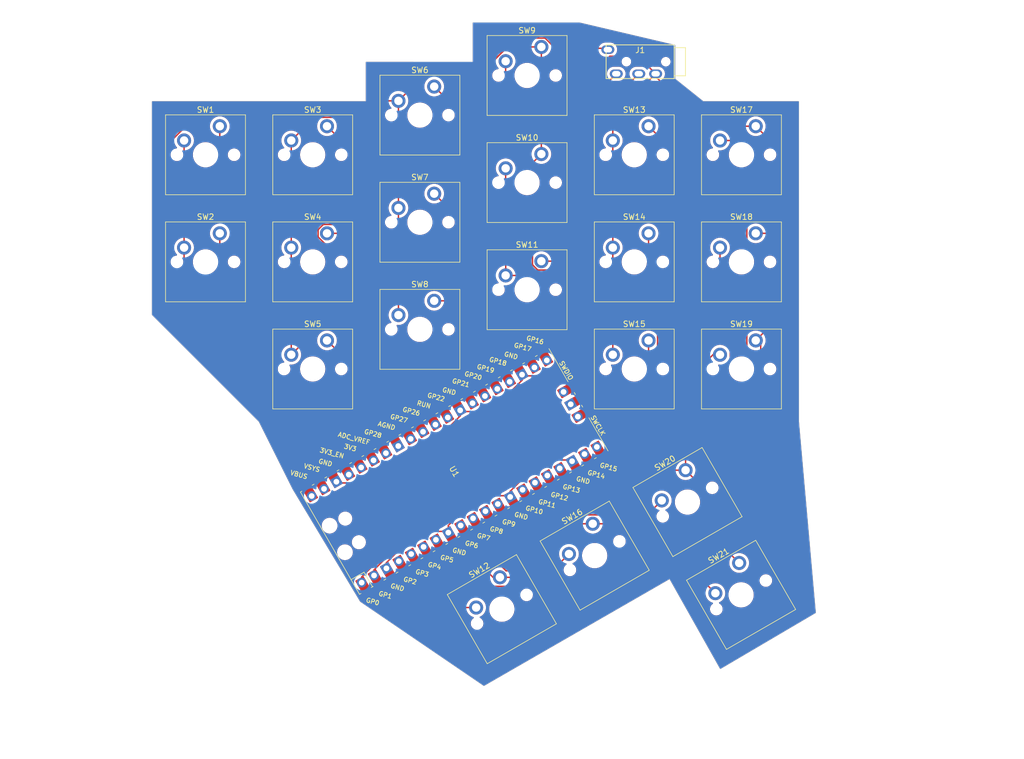
<source format=kicad_pcb>
(kicad_pcb (version 20221018) (generator pcbnew)
  (layers (0 "F.Cu" signal) (31 "B.Cu" signal) (34 "B.Paste" user) (35 "F.Paste" user) (36 "B.SilkS" user "B.Silkscreen") (37 "F.SilkS" user "F.Silkscreen") (38 "B.Mask" user) (39 "F.Mask" user) (44 "Edge.Cuts" user))
  (net 0 "")
  (net 1 "9")
  (net 2 "10")
  (net 3 "11")
  (net 4 "13")
  (net 5 "16")
  (net 6 "17")
  (net 7 "18")
  (net 8 "19")
  (net 9 "20")
  (net 10 "27")
  (net 11 "28")
  (net 12 "21")
  (net 13 "22")
  (net 14 "26")
  (net 15 "GND")
  (net 16 "3v3")
  (net 28 "0")
  (net 29 "1")
  (net 30 "3")
  (net 31 "4")
  (net 32 "6")
  (net 33 "7")
  (net 34 "8")
  (net 35 "5")
  (net 36 "2")
  (footprint "MJ-4PP-9:MJ-4PP-9" (layer "F.Cu") (at 179.485 32.395 180)
    (fp_text reference "J1")
    (fp_text value "MJ-4PP-9")
  )
  (footprint "ScottoKeebs_MX:MX_PCB_1.00u" (layer "F.Cu") (at 102.235 48.895)
    (fp_text reference "SW1")
    (fp_text value "CherryMX")
  )
  (footprint "ScottoKeebs_MX:MX_PCB_1.00u" (layer "F.Cu") (at 102.235 67.945)
    (fp_text reference "SW2")
    (fp_text value "CherryMX")
  )
  (footprint "ScottoKeebs_MX:MX_PCB_1.00u" (layer "F.Cu") (at 121.285 48.895)
    (fp_text reference "SW3")
    (fp_text value "CherryMX")
  )
  (footprint "ScottoKeebs_MX:MX_PCB_1.00u" (layer "F.Cu") (at 121.285 67.945)
    (fp_text reference "SW4")
    (fp_text value "CherryMX")
  )
  (footprint "ScottoKeebs_MX:MX_PCB_1.00u" (layer "F.Cu") (at 121.285 86.995)
    (fp_text reference "SW5")
    (fp_text value "CherryMX")
  )
  (footprint "ScottoKeebs_MX:MX_PCB_1.00u" (layer "F.Cu") (at 140.335 41.845)
    (fp_text reference "SW6")
    (fp_text value "CherryMX")
  )
  (footprint "ScottoKeebs_MX:MX_PCB_1.00u" (layer "F.Cu") (at 140.335 60.895)
    (fp_text reference "SW7")
    (fp_text value "CherryMX")
  )
  (footprint "ScottoKeebs_MX:MX_PCB_1.00u" (layer "F.Cu") (at 140.335 79.945)
    (fp_text reference "SW8")
    (fp_text value "CherryMX")
  )
  (footprint "ScottoKeebs_MX:MX_PCB_1.00u" (layer "F.Cu") (at 159.385 34.795)
    (fp_text reference "SW9")
    (fp_text value "CherryMX")
  )
  (footprint "ScottoKeebs_MX:MX_PCB_1.00u" (layer "F.Cu") (at 159.385 53.845)
    (fp_text reference "SW10")
    (fp_text value "CherryMX")
  )
  (footprint "ScottoKeebs_MX:MX_PCB_1.00u" (layer "F.Cu") (at 159.385 72.895)
    (fp_text reference "SW11")
    (fp_text value "CherryMX")
  )
  (footprint "ScottoKeebs_MX:MX_PCB_1.00u" (layer "F.Cu") (at 154.899859 129.709567 30)
    (fp_text reference "SW12")
    (fp_text value "CherryMX")
  )
  (footprint "ScottoKeebs_MX:MX_PCB_1.00u" (layer "F.Cu") (at 178.435 48.895)
    (fp_text reference "SW13")
    (fp_text value "CherryMX")
  )
  (footprint "ScottoKeebs_MX:MX_PCB_1.00u" (layer "F.Cu") (at 178.435 67.945)
    (fp_text reference "SW14")
    (fp_text value "CherryMX")
  )
  (footprint "ScottoKeebs_MX:MX_PCB_1.00u" (layer "F.Cu") (at 178.435 86.995)
    (fp_text reference "SW15")
    (fp_text value "CherryMX")
  )
  (footprint "ScottoKeebs_MX:MX_PCB_1.00u" (layer "F.Cu") (at 171.397643 120.184567 30)
    (fp_text reference "SW16")
    (fp_text value "CherryMX")
  )
  (footprint "ScottoKeebs_MX:MX_PCB_1.00u" (layer "F.Cu") (at 197.485 48.895)
    (fp_text reference "SW17")
    (fp_text value "CherryMX")
  )
  (footprint "ScottoKeebs_MX:MX_PCB_1.00u" (layer "F.Cu") (at 197.485 67.945)
    (fp_text reference "SW18")
    (fp_text value "CherryMX")
  )
  (footprint "ScottoKeebs_MX:MX_PCB_1.00u" (layer "F.Cu") (at 197.485 86.995)
    (fp_text reference "SW19")
    (fp_text value "CherryMX")
  )
  (footprint "ScottoKeebs_MX:MX_PCB_1.00u" (layer "F.Cu") (at 187.895427 110.659567 30)
    (fp_text reference "SW20")
    (fp_text value "CherryMX")
  )
  (footprint "ScottoKeebs_MX:MX_PCB_1.00u" (layer "F.Cu") (at 197.420427 127.157351 30)
    (fp_text reference "SW21")
    (fp_text value "CherryMX")
  )
  (footprint "MCU_RaspberryPi_and_Boards:RPi_Pico_SMD_TH" (layer "F.Cu") (at 146.440088 105.218084 120)
    (fp_text reference "U1")
    (fp_text value "Pico")
  )
  (gr_poly (pts (xy 92.71 39.37) (xy 130.71 39.37) (xy 130.71 32.37) (xy 149.71 32.37) (xy 149.71 25.37) (xy 168.71 25.37) (xy 185.71 29.37) (xy 185.71 35.37) (xy 190.71 39.37) (xy 207.71 39.37) (xy 207.71 96.37) (xy 210.71 130.37) (xy 193.71 140.37) (xy 184.71 124.37) (xy 151.71 143.37) (xy 129.71 128.37) (xy 117.71 108.37) (xy 111.71 96.37) (xy 92.71 77.37)) (stroke (width 0.05)) (fill none) (layer "Edge.Cuts"))
  (segment (start 172.79 110.52) (end 166.203604 110.52) (width 0.25) (layer "F.Cu") (net 1))
  (segment (start 180.975 43.815) (end 180.94 43.85) (width 0.25) (layer "F.Cu") (net 1))
  (segment (start 166.203604 110.52) (end 161.493604 115.23) (width 0.25) (layer "F.Cu") (net 1))
  (segment (start 158.402595 115.23) (end 154.184645 111.01205) (width 0.25) (layer "F.Cu") (net 1))
  (segment (start 161.493604 115.23) (end 158.402595 115.23) (width 0.25) (layer "F.Cu") (net 1))
  (segment (start 184.765 98.545) (end 172.79 110.52) (width 0.25) (layer "F.Cu") (net 1))
  (segment (start 180.975 43.815) (end 184.765 47.605) (width 0.25) (layer "F.Cu") (net 1))
  (segment (start 184.765 47.605) (end 184.765 98.545) (width 0.25) (layer "F.Cu") (net 1))
  (segment (start 182.265 99.83) (end 182.265 86.477233) (width 0.25) (layer "F.Cu") (net 2))
  (segment (start 162.102004 111.99) (end 163.29 111.99) (width 0.25) (layer "F.Cu") (net 2))
  (segment (start 182.571116 86.171117) (end 182.571116 68.768883) (width 0.25) (layer "F.Cu") (net 2))
  (segment (start 158.584054 108.47205) (end 162.102004 111.99) (width 0.25) (layer "F.Cu") (net 2))
  (segment (start 182.265 86.477233) (end 182.571116 86.171117) (width 0.25) (layer "F.Cu") (net 2))
  (segment (start 180.975 67.172767) (end 180.975 62.865) (width 0.25) (layer "F.Cu") (net 2))
  (segment (start 165.3 109.98) (end 172.115 109.98) (width 0.25) (layer "F.Cu") (net 2))
  (segment (start 163.29 111.99) (end 165.3 109.98) (width 0.25) (layer "F.Cu") (net 2))
  (segment (start 182.571116 68.768883) (end 180.975 67.172767) (width 0.25) (layer "F.Cu") (net 2))
  (segment (start 172.115 109.98) (end 182.265 99.83) (width 0.25) (layer "F.Cu") (net 2))
  (segment (start 160.783758 107.20205) (end 162.558725 108.977017) (width 0.25) (layer "F.Cu") (net 3))
  (segment (start 180.975 99.705) (end 180.975 81.915) (width 0.25) (layer "F.Cu") (net 3))
  (segment (start 162.558725 108.977017) (end 171.702983 108.977017) (width 0.25) (layer "F.Cu") (net 3))
  (segment (start 171.702983 108.977017) (end 180.975 99.705) (width 0.25) (layer "F.Cu") (net 3))
  (segment (start 180.94 81.88) (end 180.975 81.915) (width 0.25) (layer "F.Cu") (net 3))
  (segment (start 161.925 67.815) (end 171.24 67.815) (width 0.25) (layer "F.Cu") (net 4))
  (segment (start 179.28 96.62) (end 179.28 97.74504) (width 0.25) (layer "F.Cu") (net 4))
  (segment (start 171.24 67.815) (end 171.24 79.02) (width 0.25) (layer "F.Cu") (net 4))
  (segment (start 170.588023 106.437017) (end 166.958134 106.437017) (width 0.25) (layer "F.Cu") (net 4))
  (segment (start 171.453062 79.233062) (end 171.453062 88.793062) (width 0.25) (layer "F.Cu") (net 4))
  (segment (start 171.24 79.02) (end 171.453062 79.233062) (width 0.25) (layer "F.Cu") (net 4))
  (segment (start 179.28 97.74504) (end 170.588023 106.437017) (width 0.25) (layer "F.Cu") (net 4))
  (segment (start 166.958134 106.437017) (end 165.183167 104.66205) (width 0.25) (layer "F.Cu") (net 4))
  (segment (start 171.453062 88.793062) (end 179.28 96.62) (width 0.25) (layer "F.Cu") (net 4))
  (segment (start 153.055 56.862767) (end 155.575 54.342767) (width 0.25) (layer "F.Cu") (net 5))
  (segment (start 155.575 54.342767) (end 155.575 51.305) (width 0.25) (layer "F.Cu") (net 5))
  (segment (start 153.055 75.616837) (end 153.055 56.862767) (width 0.25) (layer "F.Cu") (net 5))
  (segment (start 162.892281 85.454118) (end 153.055 75.616837) (width 0.25) (layer "F.Cu") (net 5))
  (segment (start 155.575 37.213757) (end 155.575 32.255) (width 0.25) (layer "F.Cu") (net 6))
  (segment (start 152.605 40.183757) (end 155.575 37.213757) (width 0.25) (layer "F.Cu") (net 6))
  (segment (start 160.692576 86.724118) (end 152.605 78.636542) (width 0.25) (layer "F.Cu") (net 6))
  (segment (start 152.605 78.636542) (end 152.605 40.183757) (width 0.25) (layer "F.Cu") (net 6))
  (segment (start 151.01 79.87) (end 151.01 44.9) (width 0.25) (layer "F.Cu") (net 7))
  (segment (start 156.10675 84.96675) (end 151.01 79.87) (width 0.25) (layer "F.Cu") (net 7))
  (segment (start 151.01 44.9) (end 142.875 36.765) (width 0.25) (layer "F.Cu") (net 7))
  (segment (start 156.10675 87.539859) (end 156.10675 84.96675) (width 0.25) (layer "F.Cu") (net 7))
  (segment (start 156.293167 89.264118) (end 156.293167 87.726276) (width 0.25) (layer "F.Cu") (net 7))
  (segment (start 156.293167 87.726276) (end 156.10675 87.539859) (width 0.25) (layer "F.Cu") (net 7))
  (segment (start 150.56 87.000655) (end 150.56 63.5) (width 0.25) (layer "F.Cu") (net 8))
  (segment (start 154.093463 90.534118) (end 150.56 87.000655) (width 0.25) (layer "F.Cu") (net 8))
  (segment (start 150.56 63.5) (end 142.875 55.815) (width 0.25) (layer "F.Cu") (net 8))
  (segment (start 151.893758 91.804118) (end 149.78 89.69036) (width 0.25) (layer "F.Cu") (net 9))
  (segment (start 149.78 89.69036) (end 149.78 76.85) (width 0.25) (layer "F.Cu") (net 9))
  (segment (start 149.78 76.85) (end 147.795 74.865) (width 0.25) (layer "F.Cu") (net 9))
  (segment (start 147.795 74.865) (end 142.875 74.865) (width 0.25) (layer "F.Cu") (net 9))
  (segment (start 104.775 60.045) (end 114.955 70.225) (width 0.25) (layer "F.Cu") (net 10))
  (segment (start 114.955 88.065) (end 120.96 94.07) (width 0.25) (layer "F.Cu") (net 10))
  (segment (start 120.96 94.07) (end 133.341413 94.07) (width 0.25) (layer "F.Cu") (net 10))
  (segment (start 104.775 43.815) (end 104.775 60.045) (width 0.25) (layer "F.Cu") (net 10))
  (segment (start 133.341413 94.07) (end 138.695531 99.424118) (width 0.25) (layer "F.Cu") (net 10))
  (segment (start 114.955 70.225) (end 114.955 88.065) (width 0.25) (layer "F.Cu") (net 10))
  (segment (start 122.06 98.17) (end 130.502004 98.17) (width 0.25) (layer "F.Cu") (net 11))
  (segment (start 104.775 62.865) (end 104.775 68.685) (width 0.25) (layer "F.Cu") (net 11))
  (segment (start 113.56 89.67) (end 122.06 98.17) (width 0.25) (layer "F.Cu") (net 11))
  (segment (start 104.775 68.685) (end 113.56 77.47) (width 0.25) (layer "F.Cu") (net 11))
  (segment (start 113.56 77.47) (end 113.56 89.67) (width 0.25) (layer "F.Cu") (net 11))
  (segment (start 130.502004 98.17) (end 134.296122 101.964118) (width 0.25) (layer "F.Cu") (net 11))
  (segment (start 147.919087 91.299151) (end 144.841384 91.299151) (width 0.25) (layer "F.Cu") (net 12))
  (segment (start 133.33 53.32) (end 123.825 43.815) (width 0.25) (layer "F.Cu") (net 12))
  (segment (start 133.33 79.787767) (end 133.33 53.32) (width 0.25) (layer "F.Cu") (net 12))
  (segment (start 149.694054 93.074118) (end 147.919087 91.299151) (width 0.25) (layer "F.Cu") (net 12))
  (segment (start 144.841384 91.299151) (end 133.33 79.787767) (width 0.25) (layer "F.Cu") (net 12))
  (segment (start 123.825 62.865) (end 126.365 62.865) (width 0.25) (layer "F.Cu") (net 13))
  (segment (start 131.63 81.949473) (end 145.294645 95.614118) (width 0.25) (layer "F.Cu") (net 13))
  (segment (start 131.63 68.13) (end 131.63 81.949473) (width 0.25) (layer "F.Cu") (net 13))
  (segment (start 126.365 62.865) (end 131.63 68.13) (width 0.25) (layer "F.Cu") (net 13))
  (segment (start 123.825 81.915) (end 140.064118 98.154118) (width 0.25) (layer "F.Cu") (net 14))
  (segment (start 140.064118 98.154118) (end 140.895236 98.154118) (width 0.25) (layer "F.Cu") (net 14))
  (segment (start 101.064847 70.77) (end 98.425 68.130153) (width 0.25) (layer "F.Cu") (net 15))
  (segment (start 200.025 43.815) (end 205.3 49.09) (width 0.25) (layer "F.Cu") (net 15))
  (segment (start 171.057348 114.515158) (end 175.614842 114.515158) (width 0.25) (layer "F.Cu") (net 15))
  (segment (start 200.905521 82.795521) (end 200.905521 89.494479) (width 0.25) (layer "F.Cu") (net 15))
  (segment (start 125.497304 105.506276) (end 124.11 104.118972) (width 0.25) (layer "F.Cu") (net 15))
  (segment (start 145.385827 116.09205) (end 145.169706 115.875929) (width 0.25) (layer "F.Cu") (net 15))
  (segment (start 121.59 42.24) (end 117.475 46.355) (width 0.25) (layer "F.Cu") (net 15))
  (segment (start 147.494349 95.346277) (end 147.494349 94.344118) (width 0.25) (layer "F.Cu") (net 15))
  (segment (start 156.384349 108.739892) (end 156.384349 109.74205) (width 0.25) (layer "F.Cu") (net 15))
  (segment (start 98.425 46.355) (end 98.425 65.405) (width 0.25) (layer "F.Cu") (net 15))
  (segment (start 162.48 71.863452) (end 162.308274 71.691726) (width 0.25) (layer "F.Cu") (net 15))
  (segment (start 205.3 76.64) (end 200.025 81.915) (width 0.25) (layer "F.Cu") (net 15))
  (segment (start 156.384349 109.74205) (end 156.168228 109.525929) (width 0.25) (layer "F.Cu") (net 15))
  (segment (start 147.494349 94.344118) (end 147.71047 94.560239) (width 0.25) (layer "F.Cu") (net 15))
  (segment (start 124.11 104.118972) (end 124.11 101.13) (width 0.25) (layer "F.Cu") (net 15))
  (segment (start 159.22 51.47) (end 161.925 48.765) (width 0.25) (layer "F.Cu") (net 15))
  (segment (start 167.694842 114.515158) (end 158.169842 124.040158) (width 0.25) (layer "F.Cu") (net 15))
  (segment (start 179.16 31.42) (end 182.235 34.495) (width 0.25) (layer "F.Cu") (net 15))
  (segment (start 124.47066 65.73132) (end 122.25 63.51066) (width 0.25) (layer "F.Cu") (net 15))
  (segment (start 158.492872 87.994118) (end 158.306454 87.8077) (width 0.25) (layer "F.Cu") (net 15))
  (segment (start 205.3 49.09) (end 205.3 62.98) (width 0.25) (layer "F.Cu") (net 15))
  (segment (start 205.185 62.865) (end 205.3 62.98) (width 0.25) (layer "F.Cu") (net 15))
  (segment (start 158.492872 88.996276) (end 158.492872 87.994118) (width 0.25) (layer "F.Cu") (net 15))
  (segment (start 171.057348 114.515158) (end 167.694842 114.515158) (width 0.25) (layer "F.Cu") (net 15))
  (segment (start 152.928909 94.560239) (end 158.492872 88.996276) (width 0.25) (layer "F.Cu") (net 15))
  (segment (start 200.905521 89.494479) (end 187.555132 102.844868) (width 0.25) (layer "F.Cu") (net 15))
  (segment (start 177.488858 31.42) (end 179.16 31.42) (width 0.25) (layer "F.Cu") (net 15))
  (segment (start 161.948312 103.175929) (end 156.384349 108.739892) (width 0.25) (layer "F.Cu") (net 15))
  (segment (start 162.308274 71.691726) (end 159.45 68.833452) (width 0.25) (layer "F.Cu") (net 15))
  (segment (start 159.45 61.993604) (end 170.93 50.513604) (width 0.25) (layer "F.Cu") (net 15))
  (segment (start 158.306454 84.974392) (end 152.155 78.822938) (width 0.25) (layer "F.Cu") (net 15))
  (segment (start 112.66 89.68) (end 112.66 77.842792) (width 0.25) (layer "F.Cu") (net 15))
  (segment (start 150.674071 109.525929) (end 145.385827 114.814173) (width 0.25) (layer "F.Cu") (net 15))
  (segment (start 170.93 50.513604) (end 170.93 34.53) (width 0.25) (layer "F.Cu") (net 15))
  (segment (start 154.559564 124.040158) (end 153.333935 124.040158) (width 0.25) (layer "F.Cu") (net 15))
  (segment (start 147.71047 94.560239) (end 152.928909 94.560239) (width 0.25) (layer "F.Cu") (net 15))
  (segment (start 139.951267 115.875929) (end 134.387304 121.439892) (width 0.25) (layer "F.Cu") (net 15))
  (segment (start 112.66 77.842792) (end 105.587208 70.77) (width 0.25) (layer "F.Cu") (net 15))
  (segment (start 191.065 43.815) (end 200.025 43.815) (width 0.25) (layer "F.Cu") (net 15))
  (segment (start 153.333935 124.040158) (end 145.385827 116.09205) (width 0.25) (layer "F.Cu") (net 15))
  (segment (start 167.382872 103.39205) (end 167.166751 103.175929) (width 0.25) (layer "F.Cu") (net 15))
  (segment (start 162.189761 88.210239) (end 164.378403 86.021597) (width 0.25) (layer "F.Cu") (net 15))
  (segment (start 159.45 68.833452) (end 159.45 61.993604) (width 0.25) (layer "F.Cu") (net 15))
  (segment (start 162.48 82.23) (end 162.48 71.863452) (width 0.25) (layer "F.Cu") (net 15))
  (segment (start 132.08 79.174163) (end 147.249955 94.344118) (width 0.25) (layer "F.Cu") (net 15))
  (segment (start 205.3 62.98) (end 205.3 76.64) (width 0.25) (layer "F.Cu") (net 15))
  (segment (start 174.625 46.355) (end 174.625 84.455) (width 0.25) (layer "F.Cu") (net 15))
  (segment (start 157.01 53.68) (end 157.01 52.861243) (width 0.25) (layer "F.Cu") (net 15))
  (segment (start 141.24 34.59) (end 151.01934 34.59) (width 0.25) (layer "F.Cu") (net 15))
  (segment (start 155.59 55.1) (end 157.01 53.68) (width 0.25) (layer "F.Cu") (net 15))
  (segment (start 122.25 63.51066) (end 122.25 62.21934) (width 0.25) (layer "F.Cu") (net 15))
  (segment (start 156.168228 109.525929) (end 150.674071 109.525929) (width 0.25) (layer "F.Cu") (net 15))
  (segment (start 132.08 67.943604) (end 132.08 79.174163) (width 0.25) (layer "F.Cu") (net 15))
  (segment (start 164.378403 84.128403) (end 162.48 82.23) (width 0.25) (layer "F.Cu") (net 15))
  (segment (start 200.025 62.865) (end 205.185 62.865) (width 0.25) (layer "F.Cu") (net 15))
  (segment (start 167.166751 103.175929) (end 161.948312 103.175929) (width 0.25) (layer "F.Cu") (net 15))
  (segment (start 164.378403 86.021597) (end 164.378403 84.128403) (width 0.25) (layer "F.Cu") (net 15))
  (segment (start 185.139842 104.990158) (end 187.555132 104.990158) (width 0.25) (layer "F.Cu") (net 15))
  (segment (start 117.475 46.355) (end 117.475 84.455) (width 0.25) (layer "F.Cu") (net 15))
  (segment (start 124.11 101.13) (end 112.66 89.68) (width 0.25) (layer "F.Cu") (net 15))
  (segment (start 136.525 39.305) (end 136.525 77.405) (width 0.25) (layer "F.Cu") (net 15))
  (segment (start 98.425 68.130153) (end 98.425 65.405) (width 0.25) (layer "F.Cu") (net 15))
  (segment (start 105.587208 70.77) (end 101.064847 70.77) (width 0.25) (layer "F.Cu") (net 15))
  (segment (start 151.01934 34.59) (end 155.89434 29.715) (width 0.25) (layer "F.Cu") (net 15))
  (segment (start 155.59 70.34) (end 155.59 55.1) (width 0.25) (layer "F.Cu") (net 15))
  (segment (start 158.492872 87.994118) (end 158.708993 88.210239) (width 0.25) (layer "F.Cu") (net 15))
  (segment (start 158.169842 124.040158) (end 154.559564 124.040158) (width 0.25) (layer "F.Cu") (net 15))
  (segment (start 123.17934 61.29) (end 125.426396 61.29) (width 0.25) (layer "F.Cu") (net 15))
  (segment (start 174.625 42.105) (end 182.235 34.495) (width 0.25) (layer "F.Cu") (net 15))
  (segment (start 147.249955 94.344118) (end 147.494349 94.344118) (width 0.25) (layer "F.Cu") (net 15))
  (segment (start 136.525 39.305) (end 141.24 34.59) (width 0.25) (layer "F.Cu") (net 15))
  (segment (start 155.89434 29.715) (end 161.925 29.715) (width 0.25) (layer "F.Cu") (net 15))
  (segment (start 152.155 78.822938) (end 152.155 33.45434) (width 0.25) (layer "F.Cu") (net 15))
  (segment (start 175.614842 114.515158) (end 185.139842 104.990158) (width 0.25) (layer "F.Cu") (net 15))
  (segment (start 152.155 33.45434) (end 155.89434 29.715) (width 0.25) (layer "F.Cu") (net 15))
  (segment (start 155.575 70.355) (end 160.971548 70.355) (width 0.25) (layer "F.Cu") (net 15))
  (segment (start 134.387304 121.439892) (end 134.387304 122.44205) (width 0.25) (layer "F.Cu") (net 15))
  (segment (start 191.044836 115.452646) (end 191.044836 108.479862) (width 0.25) (layer "F.Cu") (net 15))
  (segment (start 124.47066 77.45934) (end 124.47066 65.73132) (width 0.25) (layer "F.Cu") (net 15))
  (segment (start 155.575 70.355) (end 155.59 70.34) (width 0.25) (layer "F.Cu") (net 15))
  (segment (start 187.555132 102.844868) (end 187.555132 104.990158) (width 0.25) (layer "F.Cu") (net 15))
  (segment (start 145.169706 115.875929) (end 139.951267 115.875929) (width 0.25) (layer "F.Cu") (net 15))
  (segment (start 157.01 52.861243) (end 158.401243 51.47) (width 0.25) (layer "F.Cu") (net 15))
  (segment (start 125.713425 107.260239) (end 135.580387 107.260239) (width 0.25) (layer "F.Cu") (net 15))
  (segment (start 131.106396 42.24) (end 121.59 42.24) (width 0.25) (layer "F.Cu") (net 15))
  (segment (start 182.235 34.495) (end 182.235 34.985) (width 0.25) (layer "F.Cu") (net 15))
  (segment (start 174.625 46.355) (end 174.625 42.105) (width 0.25) (layer "F.Cu") (net 15))
  (segment (start 158.401243 51.47) (end 159.22 51.47) (width 0.25) (layer "F.Cu") (net 15))
  (segment (start 170.93 34.53) (end 174.09 31.37) (width 0.25) (layer "F.Cu") (net 15))
  (segment (start 182.235 34.985) (end 191.065 43.815) (width 0.25) (layer "F.Cu") (net 15))
  (segment (start 191.044836 108.479862) (end 187.555132 104.990158) (width 0.25) (layer "F.Cu") (net 15))
  (segment (start 161.925 29.715) (end 161.925 48.765) (width 0.25) (layer "F.Cu") (net 15))
  (segment (start 197.080132 121.487942) (end 191.044836 115.452646) (width 0.25) (layer "F.Cu") (net 15))
  (segment (start 158.708993 88.210239) (end 162.189761 88.210239) (width 0.25) (layer "F.Cu") (net 15))
  (segment (start 125.497304 107.044118) (end 125.497304 105.506276) (width 0.25) (layer "F.Cu") (net 15))
  (segment (start 145.385827 114.814173) (end 145.385827 116.09205) (width 0.25) (layer "F.Cu") (net 15))
  (segment (start 136.525 39.305) (end 134.041396 39.305) (width 0.25) (layer "F.Cu") (net 15))
  (segment (start 117.475 84.455) (end 124.47066 77.45934) (width 0.25) (layer "F.Cu") (net 15))
  (segment (start 122.25 62.21934) (end 123.17934 61.29) (width 0.25) (layer "F.Cu") (net 15))
  (segment (start 158.306454 87.8077) (end 158.306454 84.974392) (width 0.25) (layer "F.Cu") (net 15))
  (segment (start 177.438858 31.37) (end 177.488858 31.42) (width 0.25) (layer "F.Cu") (net 15))
  (segment (start 135.580387 107.260239) (end 147.494349 95.346277) (width 0.25) (layer "F.Cu") (net 15))
  (segment (start 200.025 81.915) (end 200.905521 82.795521) (width 0.25) (layer "F.Cu") (net 15))
  (segment (start 134.041396 39.305) (end 131.106396 42.24) (width 0.25) (layer "F.Cu") (net 15))
  (segment (start 160.971548 70.355) (end 162.308274 71.691726) (width 0.25) (layer "F.Cu") (net 15))
  (segment (start 125.426396 61.29) (end 132.08 67.943604) (width 0.25) (layer "F.Cu") (net 15))
  (segment (start 125.497304 107.044118) (end 125.713425 107.260239) (width 0.25) (layer "F.Cu") (net 15))
  (segment (start 174.09 31.37) (end 177.438858 31.37) (width 0.25) (layer "F.Cu") (net 15))
  (segment (start 131.57 41.14) (end 139.55 33.16) (width 0.25) (layer "F.Cu") (net 16))
  (segment (start 112.21 78.22) (end 105.21 71.22) (width 0.25) (layer "F.Cu") (net 16))
  (segment (start 162.57066 28.14) (end 164.39066 29.96) (width 0.25) (layer "F.Cu") (net 16))
  (segment (start 112.21 89.866396) (end 112.21 78.22) (width 0.25) (layer "F.Cu") (net 16))
  (segment (start 121.22 98.876396) (end 112.21 89.866396) (width 0.25) (layer "F.Cu") (net 16))
  (segment (start 101.41934 41.14) (end 131.57 41.14) (width 0.25) (layer "F.Cu") (net 16))
  (segment (start 139.55 33.16) (end 151.812944 33.16) (width 0.25) (layer "F.Cu") (net 16))
  (segment (start 151.812944 33.16) (end 156.832944 28.14) (width 0.25) (layer "F.Cu") (net 16))
  (segment (start 119.58 108.066223) (end 119.58 105.74) (width 0.25) (layer "F.Cu") (net 16))
  (segment (start 119.58 105.74) (end 121.22 104.1) (width 0.25) (layer "F.Cu") (net 16))
  (segment (start 95.905 46.65434) (end 101.41934 41.14) (width 0.25) (layer "F.Cu") (net 16))
  (segment (start 121.097895 109.584118) (end 119.58 108.066223) (width 0.25) (layer "F.Cu") (net 16))
  (segment (start 164.39066 29.96) (end 173.5 29.96) (width 0.25) (layer "F.Cu") (net 16))
  (segment (start 156.832944 28.14) (end 162.57066 28.14) (width 0.25) (layer "F.Cu") (net 16))
  (segment (start 173.5 29.96) (end 173.735 30.195) (width 0.25) (layer "F.Cu") (net 16))
  (segment (start 121.22 104.1) (end 121.22 98.876396) (width 0.25) (layer "F.Cu") (net 16))
  (segment (start 95.905 68.462767) (end 95.905 46.65434) (width 0.25) (layer "F.Cu") (net 16))
  (segment (start 105.21 71.22) (end 98.662233 71.22) (width 0.25) (layer "F.Cu") (net 16))
  (segment (start 98.662233 71.22) (end 95.905 68.462767) (width 0.25) (layer "F.Cu") (net 16))
  (segment (start 170.18 84.081095) (end 170.18 75.616396) (width 0.25) (layer "F.Cu") (net 28))
  (segment (start 164.403604 69.84) (end 161.092944 69.84) (width 0.25) (layer "F.Cu") (net 28))
  (segment (start 129.987895 124.98205) (end 129.987895 123.979892) (width 0.25) (layer "F.Cu") (net 28))
  (segment (start 171.38 38.35) (end 175.235 34.495) (width 0.25) (layer "F.Cu") (net 28))
  (segment (start 132.035166 122.225929) (end 170.18 84.081095) (width 0.25) (layer "F.Cu") (net 28))
  (segment (start 159.9 68.647056) (end 159.9 62.18) (width 0.25) (layer "F.Cu") (net 28))
  (segment (start 171.38 50.7) (end 171.38 38.35) (width 0.25) (layer "F.Cu") (net 28))
  (segment (start 161.092944 69.84) (end 159.9 68.647056) (width 0.25) (layer "F.Cu") (net 28))
  (segment (start 131.741858 122.225929) (end 132.035166 122.225929) (width 0.25) (layer "F.Cu") (net 28))
  (segment (start 170.18 75.616396) (end 164.403604 69.84) (width 0.25) (layer "F.Cu") (net 28))
  (segment (start 129.987895 123.979892) (end 131.741858 122.225929) (width 0.25) (layer "F.Cu") (net 28))
  (segment (start 159.9 62.18) (end 171.38 50.7) (width 0.25) (layer "F.Cu") (net 28))
  (segment (start 170.63 84.267491) (end 170.63 75.43) (width 0.25) (layer "F.Cu") (net 29))
  (segment (start 172.105 50.825) (end 172.105 41.625) (width 0.25) (layer "F.Cu") (net 29))
  (segment (start 170.63 75.43) (end 164.59 69.39) (width 0.25) (layer "F.Cu") (net 29))
  (segment (start 132.1876 122.709891) (end 170.63 84.267491) (width 0.25) (layer "F.Cu") (net 29))
  (segment (start 172.105 41.625) (end 179.235 34.495) (width 0.25) (layer "F.Cu") (net 29))
  (segment (start 161.27934 69.39) (end 160.35 68.46066) (width 0.25) (layer "F.Cu") (net 29))
  (segment (start 132.1876 123.71205) (end 132.1876 122.709891) (width 0.25) (layer "F.Cu") (net 29))
  (segment (start 160.35 68.46066) (end 160.35 62.58) (width 0.25) (layer "F.Cu") (net 29))
  (segment (start 160.35 62.58) (end 172.105 50.825) (width 0.25) (layer "F.Cu") (net 29))
  (segment (start 164.59 69.39) (end 161.27934 69.39) (width 0.25) (layer "F.Cu") (net 29))
  (segment (start 150.330302 129.414862) (end 148.299525 129.414862) (width 0.25) (layer "F.Cu") (net 30))
  (segment (start 148.299525 129.414862) (end 138.786713 119.90205) (width 0.25) (layer "F.Cu") (net 30))
  (segment (start 160.307708 126.41024) (end 159.817035 125.919567) (width 0.25) (layer "F.Cu") (net 31))
  (segment (start 148.03 127.18) (end 140.986418 120.136418) (width 0.25) (layer "F.Cu") (net 31))
  (segment (start 157.521068 127.18) (end 148.03 127.18) (width 0.25) (layer "F.Cu") (net 31))
  (segment (start 140.986418 120.136418) (end 140.986418 118.63205) (width 0.25) (layer "F.Cu") (net 31))
  (segment (start 166.828086 119.889862) (end 160.307708 126.41024) (width 0.25) (layer "F.Cu") (net 31))
  (segment (start 158.781501 125.919567) (end 157.521068 127.18) (width 0.25) (layer "F.Cu") (net 31))
  (segment (start 159.817035 125.919567) (end 158.781501 125.919567) (width 0.25) (layer "F.Cu") (net 31))
  (segment (start 199.89 87.98) (end 174.929842 112.940158) (width 0.25) (layer "F.Cu") (net 32))
  (segment (start 198.45 77.53) (end 198.45 84.601243) (width 0.25) (layer "F.Cu") (net 32))
  (segment (start 199.86 66.78) (end 199.86 76.12) (width 0.25) (layer "F.Cu") (net 32))
  (segment (start 147.585531 114.82205) (end 148.91 116.146519) (width 0.25) (layer "F.Cu") (net 32))
  (segment (start 199.86 76.12) (end 198.45 77.53) (width 0.25) (layer "F.Cu") (net 32))
  (segment (start 199.89 86.041243) (end 199.89 87.98) (width 0.25) (layer "F.Cu") (net 32))
  (segment (start 200.2 48.251243) (end 200.2 54.54) (width 0.25) (layer "F.Cu") (net 32))
  (segment (start 198.45 56.29) (end 198.45 65.37) (width 0.25) (layer "F.Cu") (net 32))
  (segment (start 200.2 54.54) (end 198.45 56.29) (width 0.25) (layer "F.Cu") (net 32))
  (segment (start 148.91 116.146519) (end 148.91 116.645) (width 0.25) (layer "F.Cu") (net 32))
  (segment (start 157.65 122.88) (end 155.643481 122.88) (width 0.25) (layer "F.Cu") (net 32))
  (segment (start 198.45 65.37) (end 199.86 66.78) (width 0.25) (layer "F.Cu") (net 32))
  (segment (start 174.929842 112.940158) (end 167.589842 112.940158) (width 0.25) (layer "F.Cu") (net 32))
  (segment (start 155.643481 122.88) (end 147.585531 114.82205) (width 0.25) (layer "F.Cu") (net 32))
  (segment (start 198.303757 46.355) (end 200.2 48.251243) (width 0.25) (layer "F.Cu") (net 32))
  (segment (start 198.45 84.601243) (end 199.89 86.041243) (width 0.25) (layer "F.Cu") (net 32))
  (segment (start 193.675 46.355) (end 198.303757 46.355) (width 0.25) (layer "F.Cu") (net 32))
  (segment (start 167.589842 112.940158) (end 157.65 122.88) (width 0.25) (layer "F.Cu") (net 32))
  (segment (start 193.675 67.493757) (end 195.49 69.308757) (width 0.25) (layer "F.Cu") (net 33))
  (segment (start 156.88 122.18) (end 156.88 120.646814) (width 0.25) (layer "F.Cu") (net 33))
  (segment (start 193.48 87.641243) (end 193.48 92.99) (width 0.25) (layer "F.Cu") (net 33))
  (segment (start 193.675 65.405) (end 193.675 67.493757) (width 0.25) (layer "F.Cu") (net 33))
  (segment (start 156.88 120.646814) (end 149.785236 113.55205) (width 0.25) (layer "F.Cu") (net 33))
  (segment (start 195.49 85.631243) (end 193.48 87.641243) (width 0.25) (layer "F.Cu") (net 33))
  (segment (start 195.49 69.308757) (end 195.49 85.631243) (width 0.25) (layer "F.Cu") (net 33))
  (segment (start 193.48 92.99) (end 174.33 112.14) (width 0.25) (layer "F.Cu") (net 33))
  (segment (start 166.92 112.14) (end 156.88 122.18) (width 0.25) (layer "F.Cu") (net 33))
  (segment (start 174.33 112.14) (end 166.92 112.14) (width 0.25) (layer "F.Cu") (net 33))
  (segment (start 191.09 93.76) (end 173.79 111.06) (width 0.25) (layer "F.Cu") (net 34))
  (segment (start 158.5 118.86) (end 158.5 118.79711) (width 0.25) (layer "F.Cu") (net 34))
  (segment (start 193.675 84.455) (end 192.425 84.455) (width 0.25) (layer "F.Cu") (net 34))
  (segment (start 192.425 84.455) (end 191.09 85.79) (width 0.25) (layer "F.Cu") (net 34))
  (segment (start 191.09 85.79) (end 191.09 93.76) (width 0.25) (layer "F.Cu") (net 34))
  (segment (start 173.79 111.06) (end 166.3 111.06) (width 0.25) (layer "F.Cu") (net 34))
  (segment (start 166.3 111.06) (end 158.5 118.86) (width 0.25) (layer "F.Cu") (net 34))
  (segment (start 158.5 118.79711) (end 151.98494 112.28205) (width 0.25) (layer "F.Cu") (net 34))
  (segment (start 145.94 120.115928) (end 143.186122 117.36205) (width 0.25) (layer "F.Cu") (net 35))
  (segment (start 177.047052 116.64368) (end 177.047052 118.162948) (width 0.25) (layer "F.Cu") (net 35))
  (segment (start 149.27 125.64) (end 145.94 122.31) (width 0.25) (layer "F.Cu") (net 35))
  (segment (start 175.49 119.72) (end 173.579567 117.809567) (width 0.25) (layer "F.Cu") (net 35))
  (segment (start 173.579567 117.809567) (end 165.810433 117.809567) (width 0.25) (layer "F.Cu") (net 35))
  (segment (start 165.810433 117.809567) (end 157.98 125.64) (width 0.25) (layer "F.Cu") (net 35))
  (segment (start 183.32587 110.364862) (end 177.047052 116.64368) (width 0.25) (layer "F.Cu") (net 35))
  (segment (start 145.94 122.31) (end 145.94 120.115928) (width 0.25) (layer "F.Cu") (net 35))
  (segment (start 157.98 125.64) (end 149.27 125.64) (width 0.25) (layer "F.Cu") (net 35))
  (segment (start 177.047052 118.162948) (end 175.49 119.72) (width 0.25) (layer "F.Cu") (net 35))
  (segment (start 173.71 126.34) (end 164.74 126.34) (width 0.25) (layer "F.Cu") (net 36))
  (segment (start 148.88 134.1) (end 148.88 133.465041) (width 0.25) (layer "F.Cu") (net 36))
  (segment (start 192.85087 126.862646) (end 186.608224 120.62) (width 0.25) (layer "F.Cu") (net 36))
  (segment (start 148.88 133.465041) (end 136.587009 121.17205) (width 0.25) (layer "F.Cu") (net 36))
  (segment (start 164.74 126.34) (end 156.98 134.1) (width 0.25) (layer "F.Cu") (net 36))
  (segment (start 156.98 134.1) (end 148.88 134.1) (width 0.25) (layer "F.Cu") (net 36))
  (segment (start 179.43 120.62) (end 173.71 126.34) (width 0.25) (layer "F.Cu") (net 36))
  (segment (start 186.608224 120.62) (end 179.43 120.62) (width 0.25) (layer "F.Cu") (net 36))
  (zone (net 0) (net_name "") (layers "F&B.Cu") (connect_pads (clearance 0.508)) (min_thickness 0.25) (fill yes (thermal_gap 0.5) (thermal_bridge_width 0.5) (island_removal_mode 1) (island_area_min 10))
    (polygon (pts (xy 65.71 22.37) (xy 112.71 156.37) (xy 247.71 154.37) (xy 239.71 21.37)))
  )
)
</source>
